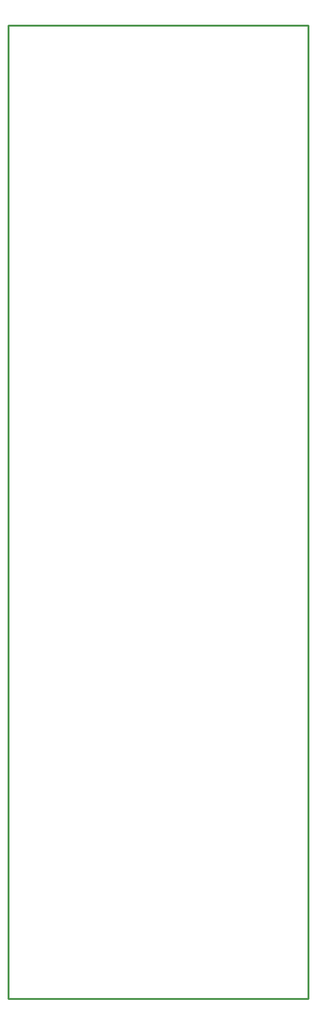
<source format=gbr>
G75*
G71*
%MOMM*%
%OFA0B0*%
%FSLAX53Y53*%
%IPPOS*%
%LPD*%
%ADD10C,0.25000*%
D10*
X0000000Y0000000D02*
X0000000Y0130040D01*
X0040130Y0130040D01*
X0040130Y0000000D01*
X0000000Y0000000D01*
M02*

</source>
